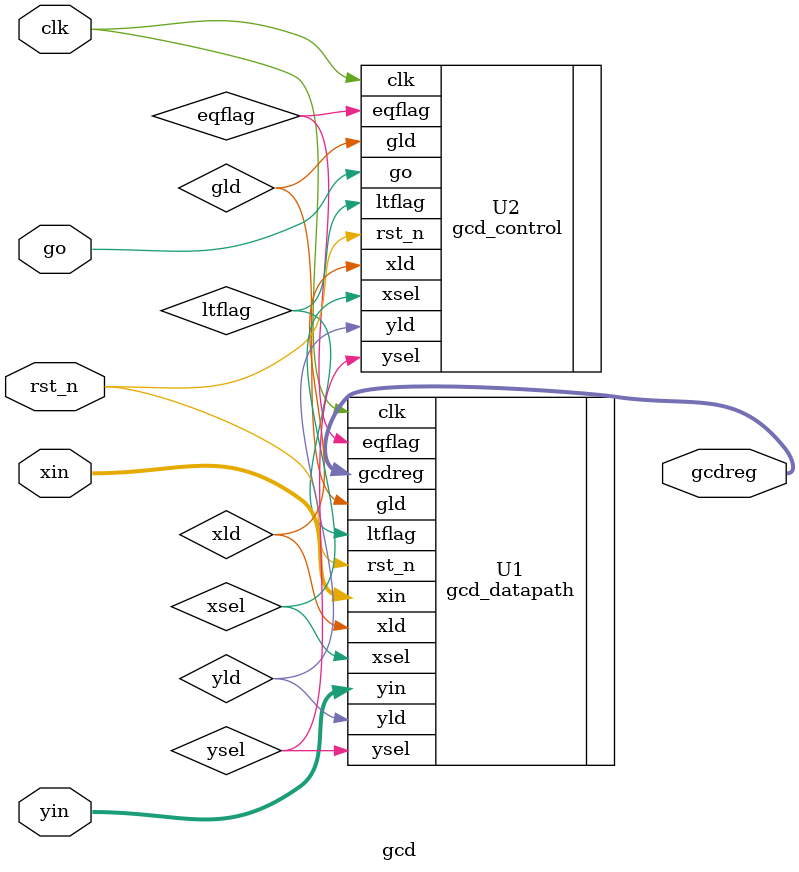
<source format=v>
/*
 *	按照书上的例子抄写 GCD 算法
 	GCD(Greatest Common Divsior) 即最大公约数算法，
 	有古希腊数学家 欧几里得(Eucild)发明，伪代码的描述如下：
 	+------------------------+
 		input : int x, y;
 		output: int gcd;
 		while( x != y ) {
 			if(x < y)
 				y = y - x;
 			else
 				x = x - y;
 		}
 		gcd = x;
 	+------------------------+
 */

module gcd(
	input wire clk,
	input wire rst_n,
	input wire [3:0] xin,
	input wire [3:0] yin,
	input wire go,
	output wire [3:0] gcdreg
);

	wire		xsel;
	wire		ysel;
	wire		xld;
	wire		yld;
	wire		gld;

	wire		ltflag;
	wire		eqflag;

gcd_datapath U1 (
	.clk(clk),
	.rst_n(rst_n),

	.xin(xin),
	.yin(yin),

	.xsel(xsel),
	.ysel(ysel),
	.xld(xld),
	.yld(yld),
	.gld(gld),

	.ltflag(ltflag),
	.eqflag(eqflag),
	.gcdreg(gcdreg)
);

gcd_control U2(
	.clk(clk),
	.rst_n(rst_n),

	.go(go),

	.ltflag(ltflag),
	.eqflag(eqflag),

	.xsel(xsel),
	.ysel(ysel),
	.xld(xld),
	.yld(yld),
	.gld(gld)
);

endmodule

</source>
